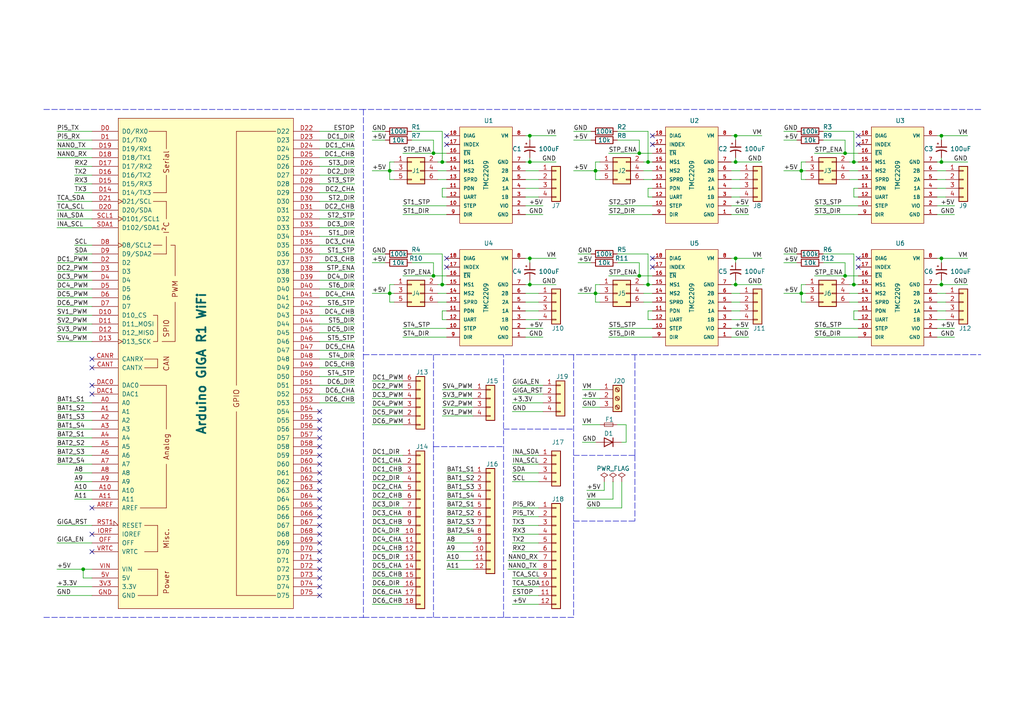
<source format=kicad_sch>
(kicad_sch (version 20231120) (generator "eeschema") (generator_version "8.0")
  (paper "A4")
  (title_block (title "GigaBoard") (date "2024-04-07") (rev "v1") (company "Team RED") (comment 1 "Designer: Shrijal"))
  (junction (at 185.42 80.01))
  (junction (at 213.36 82.55))
  (junction (at 213.36 46.99))
  (junction (at 172.72 85.09))
  (junction (at 273.05 46.99))
  (junction (at 113.03 85.09))
  (junction (at 153.67 39.37))
  (junction (at 128.27 82.55))
  (junction (at 273.05 82.55))
  (junction (at 153.67 46.99))
  (junction (at 185.42 44.45))
  (junction (at 128.27 46.99))
  (junction (at 213.36 39.37))
  (junction (at 213.36 74.93))
  (junction (at 232.41 85.09))
  (junction (at 153.67 82.55))
  (junction (at 24.13 165.1))
  (junction (at 172.72 49.53))
  (junction (at 125.73 44.45))
  (junction (at 273.05 74.93))
  (junction (at 153.67 74.93))
  (junction (at 247.65 46.99))
  (junction (at 125.73 80.01))
  (junction (at 187.96 82.55))
  (junction (at 247.65 82.55))
  (junction (at 187.96 46.99))
  (junction (at 245.11 44.45))
  (junction (at 232.41 49.53))
  (junction (at 113.03 49.53))
  (junction (at 245.11 80.01))
  (junction (at 273.05 39.37))
  (no_connect (at 92.71 124.46))
  (no_connect (at 92.71 119.38))
  (no_connect (at 92.71 137.16))
  (no_connect (at 248.92 74.93))
  (no_connect (at 26.67 154.94))
  (no_connect (at 26.67 147.32))
  (no_connect (at 92.71 170.18))
  (no_connect (at 92.71 165.1))
  (no_connect (at 129.54 74.93))
  (no_connect (at 189.23 74.93))
  (no_connect (at 248.92 39.37))
  (no_connect (at 92.71 157.48))
  (no_connect (at 92.71 162.56))
  (no_connect (at 26.67 160.02))
  (no_connect (at 92.71 149.86))
  (no_connect (at 92.71 154.94))
  (no_connect (at 92.71 121.92))
  (no_connect (at 129.54 39.37))
  (no_connect (at 92.71 127))
  (no_connect (at 26.67 106.68))
  (no_connect (at 26.67 114.3))
  (no_connect (at 92.71 152.4))
  (no_connect (at 92.71 172.72))
  (no_connect (at 92.71 144.78))
  (no_connect (at 26.67 111.76))
  (no_connect (at 92.71 147.32))
  (no_connect (at 248.92 77.47))
  (no_connect (at 92.71 132.08))
  (no_connect (at 92.71 142.24))
  (no_connect (at 26.67 104.14))
  (no_connect (at 189.23 77.47))
  (no_connect (at 92.71 139.7))
  (no_connect (at 92.71 167.64))
  (no_connect (at 189.23 41.91))
  (no_connect (at 129.54 41.91))
  (no_connect (at 92.71 160.02))
  (no_connect (at 92.71 134.62))
  (no_connect (at 189.23 39.37))
  (no_connect (at 92.71 129.54))
  (no_connect (at 248.92 41.91))
  (no_connect (at 129.54 77.47))
  (wire (pts (xy 116.84 80.01) (xy 125.73 80.01)))
  (wire (pts (xy 153.67 74.93) (xy 153.67 76.2)))
  (wire (pts (xy 246.38 87.63) (xy 248.92 87.63)))
  (polyline (pts (xy 125.73 129.54) (xy 146.05 129.54)) (stroke (width 0) (type dash)))
  (wire (pts (xy 176.53 80.01) (xy 185.42 80.01)))
  (wire (pts (xy 168.91 118.11) (xy 173.99 118.11)))
  (wire (pts (xy 107.95 144.78) (xy 116.84 144.78)))
  (wire (pts (xy 107.95 118.11) (xy 116.84 118.11)))
  (wire (pts (xy 238.76 40.64) (xy 245.11 40.64)))
  (wire (pts (xy 92.71 55.88) (xy 102.87 55.88)))
  (wire (pts (xy 276.86 97.79) (xy 271.78 97.79)))
  (wire (pts (xy 16.51 119.38) (xy 26.67 119.38)))
  (wire (pts (xy 274.32 49.53) (xy 271.78 49.53)))
  (wire (pts (xy 148.59 116.84) (xy 157.48 116.84)))
  (wire (pts (xy 128.27 38.1) (xy 119.38 38.1)))
  (wire (pts (xy 180.34 128.27) (xy 181.61 128.27)))
  (wire (pts (xy 128.27 113.03) (xy 137.16 113.03)))
  (wire (pts (xy 247.65 57.15) (xy 247.65 54.61)))
  (polyline (pts (xy 105.41 102.87) (xy 284.48 102.87)) (stroke (width 0) (type dash)))
  (wire (pts (xy 276.86 95.25) (xy 271.78 95.25)))
  (wire (pts (xy 148.59 137.16) (xy 156.21 137.16)))
  (wire (pts (xy 16.51 116.84) (xy 26.67 116.84)))
  (wire (pts (xy 92.71 109.22) (xy 102.87 109.22)))
  (wire (pts (xy 179.07 76.2) (xy 185.42 76.2)))
  (wire (pts (xy 147.32 162.56) (xy 156.21 162.56)))
  (wire (pts (xy 128.27 46.99) (xy 129.54 46.99)))
  (wire (pts (xy 246.38 49.53) (xy 248.92 49.53)))
  (wire (pts (xy 128.27 57.15) (xy 129.54 57.15)))
  (wire (pts (xy 113.03 52.07) (xy 114.3 52.07)))
  (wire (pts (xy 21.59 137.16) (xy 26.67 137.16)))
  (wire (pts (xy 185.42 76.2) (xy 185.42 80.01)))
  (polyline (pts (xy 184.15 102.87) (xy 184.15 132.08)) (stroke (width 0) (type dash)))
  (wire (pts (xy 153.67 46.99) (xy 152.4 46.99)))
  (wire (pts (xy 167.64 76.2) (xy 171.45 76.2)))
  (wire (pts (xy 245.11 80.01) (xy 248.92 80.01)))
  (wire (pts (xy 92.71 63.5) (xy 102.87 63.5)))
  (wire (pts (xy 153.67 39.37) (xy 153.67 40.64)))
  (wire (pts (xy 129.54 149.86) (xy 137.16 149.86)))
  (wire (pts (xy 161.29 82.55) (xy 153.67 82.55)))
  (wire (pts (xy 227.33 76.2) (xy 231.14 76.2)))
  (wire (pts (xy 248.92 57.15) (xy 247.65 57.15)))
  (wire (pts (xy 273.05 74.93) (xy 273.05 76.2)))
  (wire (pts (xy 129.54 165.1) (xy 137.16 165.1)))
  (wire (pts (xy 220.98 82.55) (xy 213.36 82.55)))
  (wire (pts (xy 26.67 40.64) (xy 16.51 40.64)))
  (wire (pts (xy 129.54 152.4) (xy 137.16 152.4)))
  (wire (pts (xy 107.95 134.62) (xy 116.84 134.62)))
  (wire (pts (xy 16.51 83.82) (xy 26.67 83.82)))
  (wire (pts (xy 128.27 54.61) (xy 128.27 57.15)))
  (wire (pts (xy 245.11 40.64) (xy 245.11 44.45)))
  (wire (pts (xy 148.59 175.26) (xy 156.21 175.26)))
  (wire (pts (xy 157.48 62.23) (xy 152.4 62.23)))
  (wire (pts (xy 227.33 38.1) (xy 231.14 38.1)))
  (polyline (pts (xy 184.15 132.08) (xy 184.15 151.13)) (stroke (width 0) (type dash)))
  (wire (pts (xy 167.64 85.09) (xy 172.72 85.09)))
  (wire (pts (xy 161.29 46.99) (xy 153.67 46.99)))
  (wire (pts (xy 129.54 54.61) (xy 128.27 54.61)))
  (wire (pts (xy 232.41 87.63) (xy 233.68 87.63)))
  (wire (pts (xy 107.95 137.16) (xy 116.84 137.16)))
  (wire (pts (xy 161.29 74.93) (xy 153.67 74.93)))
  (wire (pts (xy 274.32 85.09) (xy 271.78 85.09)))
  (wire (pts (xy 232.41 82.55) (xy 232.41 85.09)))
  (wire (pts (xy 16.51 63.5) (xy 26.67 63.5)))
  (wire (pts (xy 92.71 111.76) (xy 102.87 111.76)))
  (wire (pts (xy 213.36 39.37) (xy 212.09 39.37)))
  (wire (pts (xy 16.51 86.36) (xy 26.67 86.36)))
  (wire (pts (xy 186.69 52.07) (xy 189.23 52.07)))
  (wire (pts (xy 156.21 85.09) (xy 152.4 85.09)))
  (wire (pts (xy 217.17 62.23) (xy 212.09 62.23)))
  (wire (pts (xy 92.71 93.98) (xy 102.87 93.98)))
  (wire (pts (xy 92.71 76.2) (xy 102.87 76.2)))
  (wire (pts (xy 24.13 167.64) (xy 24.13 165.1)))
  (wire (pts (xy 16.51 170.18) (xy 26.67 170.18)))
  (wire (pts (xy 166.37 40.64) (xy 171.45 40.64)))
  (wire (pts (xy 246.38 82.55) (xy 247.65 82.55)))
  (wire (pts (xy 153.67 81.28) (xy 153.67 82.55)))
  (wire (pts (xy 157.48 59.69) (xy 152.4 59.69)))
  (wire (pts (xy 16.51 129.54) (xy 26.67 129.54)))
  (wire (pts (xy 153.67 45.72) (xy 153.67 46.99)))
  (polyline (pts (xy 166.37 151.13) (xy 184.15 151.13)) (stroke (width 0) (type dash)))
  (wire (pts (xy 179.07 40.64) (xy 185.42 40.64)))
  (wire (pts (xy 186.69 82.55) (xy 187.96 82.55)))
  (wire (pts (xy 276.86 59.69) (xy 271.78 59.69)))
  (wire (pts (xy 128.27 118.11) (xy 137.16 118.11)))
  (wire (pts (xy 179.07 123.19) (xy 181.61 123.19)))
  (wire (pts (xy 127 52.07) (xy 129.54 52.07)))
  (wire (pts (xy 129.54 92.71) (xy 128.27 92.71)))
  (wire (pts (xy 217.17 59.69) (xy 212.09 59.69)))
  (wire (pts (xy 107.95 165.1) (xy 116.84 165.1)))
  (wire (pts (xy 113.03 82.55) (xy 113.03 85.09)))
  (wire (pts (xy 16.51 132.08) (xy 26.67 132.08)))
  (wire (pts (xy 214.63 54.61) (xy 212.09 54.61)))
  (wire (pts (xy 148.59 114.3) (xy 157.48 114.3)))
  (wire (pts (xy 116.84 44.45) (xy 125.73 44.45)))
  (wire (pts (xy 214.63 52.07) (xy 212.09 52.07)))
  (wire (pts (xy 129.54 147.32) (xy 137.16 147.32)))
  (wire (pts (xy 107.95 167.64) (xy 116.84 167.64)))
  (wire (pts (xy 21.59 53.34) (xy 26.67 53.34)))
  (wire (pts (xy 172.72 52.07) (xy 173.99 52.07)))
  (wire (pts (xy 92.71 99.06) (xy 102.87 99.06)))
  (wire (pts (xy 213.36 74.93) (xy 213.36 76.2)))
  (wire (pts (xy 92.71 60.96) (xy 102.87 60.96)))
  (wire (pts (xy 236.22 44.45) (xy 245.11 44.45)))
  (wire (pts (xy 129.54 144.78) (xy 137.16 144.78)))
  (wire (pts (xy 116.84 95.25) (xy 129.54 95.25)))
  (wire (pts (xy 26.67 167.64) (xy 24.13 167.64)))
  (wire (pts (xy 273.05 82.55) (xy 271.78 82.55)))
  (wire (pts (xy 16.51 91.44) (xy 26.67 91.44)))
  (wire (pts (xy 236.22 62.23) (xy 248.92 62.23)))
  (wire (pts (xy 128.27 90.17) (xy 129.54 90.17)))
  (wire (pts (xy 127 49.53) (xy 129.54 49.53)))
  (wire (pts (xy 232.41 46.99) (xy 233.68 46.99)))
  (wire (pts (xy 107.95 154.94) (xy 116.84 154.94)))
  (wire (pts (xy 92.71 71.12) (xy 102.87 71.12)))
  (wire (pts (xy 21.59 144.78) (xy 26.67 144.78)))
  (wire (pts (xy 129.54 157.48) (xy 137.16 157.48)))
  (wire (pts (xy 238.76 76.2) (xy 245.11 76.2)))
  (polyline (pts (xy 146.05 179.07) (xy 146.05 102.87)) (stroke (width 0) (type dash)))
  (wire (pts (xy 185.42 44.45) (xy 189.23 44.45)))
  (polyline (pts (xy 166.37 144.78) (xy 166.37 179.07)) (stroke (width 0) (type dash)))
  (wire (pts (xy 273.05 39.37) (xy 273.05 40.64)))
  (wire (pts (xy 148.59 170.18) (xy 156.21 170.18)))
  (wire (pts (xy 246.38 52.07) (xy 248.92 52.07)))
  (wire (pts (xy 148.59 157.48) (xy 156.21 157.48)))
  (wire (pts (xy 220.98 39.37) (xy 213.36 39.37)))
  (wire (pts (xy 153.67 82.55) (xy 152.4 82.55)))
  (wire (pts (xy 92.71 58.42) (xy 102.87 58.42)))
  (polyline (pts (xy 125.73 129.54) (xy 125.73 179.07)) (stroke (width 0) (type dash)))
  (wire (pts (xy 113.03 87.63) (xy 114.3 87.63)))
  (wire (pts (xy 189.23 92.71) (xy 187.96 92.71)))
  (wire (pts (xy 113.03 46.99) (xy 114.3 46.99)))
  (wire (pts (xy 148.59 152.4) (xy 156.21 152.4)))
  (wire (pts (xy 107.95 142.24) (xy 116.84 142.24)))
  (wire (pts (xy 181.61 128.27) (xy 181.61 123.19)))
  (wire (pts (xy 113.03 82.55) (xy 114.3 82.55)))
  (wire (pts (xy 128.27 120.65) (xy 137.16 120.65)))
  (wire (pts (xy 92.71 101.6) (xy 102.87 101.6)))
  (wire (pts (xy 156.21 87.63) (xy 152.4 87.63)))
  (wire (pts (xy 113.03 85.09) (xy 114.3 85.09)))
  (wire (pts (xy 92.71 96.52) (xy 102.87 96.52)))
  (wire (pts (xy 247.65 38.1) (xy 247.65 46.99)))
  (wire (pts (xy 186.69 87.63) (xy 189.23 87.63)))
  (wire (pts (xy 168.91 115.57) (xy 173.99 115.57)))
  (wire (pts (xy 187.96 54.61) (xy 189.23 54.61)))
  (wire (pts (xy 176.53 59.69) (xy 189.23 59.69)))
  (wire (pts (xy 187.96 73.66) (xy 179.07 73.66)))
  (wire (pts (xy 26.67 45.72) (xy 16.51 45.72)))
  (wire (pts (xy 232.41 49.53) (xy 233.68 49.53)))
  (wire (pts (xy 107.95 132.08) (xy 116.84 132.08)))
  (wire (pts (xy 172.72 87.63) (xy 173.99 87.63)))
  (wire (pts (xy 246.38 85.09) (xy 248.92 85.09)))
  (wire (pts (xy 21.59 55.88) (xy 26.67 55.88)))
  (polyline (pts (xy 125.73 102.87) (xy 125.73 129.54)) (stroke (width 0) (type dash)))
  (wire (pts (xy 148.59 160.02) (xy 156.21 160.02)))
  (wire (pts (xy 247.65 46.99) (xy 248.92 46.99)))
  (wire (pts (xy 107.95 73.66) (xy 111.76 73.66)))
  (polyline (pts (xy 12.7 179.07) (xy 105.41 179.07)) (stroke (width 0) (type dash)))
  (wire (pts (xy 107.95 139.7) (xy 116.84 139.7)))
  (wire (pts (xy 107.95 175.26) (xy 116.84 175.26)))
  (wire (pts (xy 119.38 40.64) (xy 125.73 40.64)))
  (wire (pts (xy 247.65 92.71) (xy 247.65 90.17)))
  (wire (pts (xy 213.36 82.55) (xy 212.09 82.55)))
  (wire (pts (xy 247.65 82.55) (xy 248.92 82.55)))
  (wire (pts (xy 26.67 38.1) (xy 16.51 38.1)))
  (wire (pts (xy 236.22 97.79) (xy 248.92 97.79)))
  (wire (pts (xy 213.36 39.37) (xy 213.36 40.64)))
  (wire (pts (xy 276.86 62.23) (xy 271.78 62.23)))
  (polyline (pts (xy 105.41 125.73) (xy 105.41 179.07)) (stroke (width 0) (type dash)))
  (wire (pts (xy 214.63 85.09) (xy 212.09 85.09)))
  (wire (pts (xy 113.03 52.07) (xy 113.03 49.53)))
  (wire (pts (xy 16.51 172.72) (xy 26.67 172.72)))
  (wire (pts (xy 92.71 53.34) (xy 102.87 53.34)))
  (wire (pts (xy 172.72 46.99) (xy 173.99 46.99)))
  (wire (pts (xy 189.23 57.15) (xy 187.96 57.15)))
  (wire (pts (xy 172.72 82.55) (xy 173.99 82.55)))
  (wire (pts (xy 274.32 57.15) (xy 271.78 57.15)))
  (wire (pts (xy 148.59 119.38) (xy 157.48 119.38)))
  (wire (pts (xy 129.54 142.24) (xy 137.16 142.24)))
  (wire (pts (xy 16.51 66.04) (xy 26.67 66.04)))
  (wire (pts (xy 128.27 92.71) (xy 128.27 90.17)))
  (wire (pts (xy 187.96 92.71) (xy 187.96 90.17)))
  (wire (pts (xy 273.05 74.93) (xy 271.78 74.93)))
  (wire (pts (xy 246.38 46.99) (xy 247.65 46.99)))
  (wire (pts (xy 180.34 139.7) (xy 180.34 147.32)))
  (wire (pts (xy 125.73 44.45) (xy 129.54 44.45)))
  (wire (pts (xy 16.51 157.48) (xy 26.67 157.48)))
  (wire (pts (xy 176.53 62.23) (xy 189.23 62.23)))
  (wire (pts (xy 236.22 80.01) (xy 245.11 80.01)))
  (wire (pts (xy 107.95 49.53) (xy 113.03 49.53)))
  (wire (pts (xy 107.95 162.56) (xy 116.84 162.56)))
  (wire (pts (xy 156.21 92.71) (xy 152.4 92.71)))
  (polyline (pts (xy 166.37 132.08) (xy 184.15 132.08)) (stroke (width 0) (type dash)))
  (wire (pts (xy 153.67 74.93) (xy 152.4 74.93)))
  (wire (pts (xy 273.05 45.72) (xy 273.05 46.99)))
  (wire (pts (xy 213.36 74.93) (xy 212.09 74.93)))
  (wire (pts (xy 232.41 52.07) (xy 232.41 49.53)))
  (wire (pts (xy 172.72 52.07) (xy 172.72 49.53)))
  (wire (pts (xy 116.84 59.69) (xy 129.54 59.69)))
  (wire (pts (xy 125.73 76.2) (xy 125.73 80.01)))
  (wire (pts (xy 236.22 59.69) (xy 248.92 59.69)))
  (wire (pts (xy 107.95 113.03) (xy 116.84 113.03)))
  (wire (pts (xy 186.69 85.09) (xy 189.23 85.09)))
  (wire (pts (xy 214.63 90.17) (xy 212.09 90.17)))
  (wire (pts (xy 148.59 172.72) (xy 156.21 172.72)))
  (wire (pts (xy 232.41 46.99) (xy 232.41 49.53)))
  (wire (pts (xy 16.51 58.42) (xy 26.67 58.42)))
  (wire (pts (xy 21.59 48.26) (xy 26.67 48.26)))
  (wire (pts (xy 217.17 95.25) (xy 212.09 95.25)))
  (wire (pts (xy 175.26 142.24) (xy 170.18 142.24)))
  (wire (pts (xy 16.51 88.9) (xy 26.67 88.9)))
  (polyline (pts (xy 166.37 102.87) (xy 166.37 144.78)) (stroke (width 0) (type dash)))
  (wire (pts (xy 161.29 39.37) (xy 153.67 39.37)))
  (wire (pts (xy 119.38 76.2) (xy 125.73 76.2)))
  (wire (pts (xy 16.51 127) (xy 26.67 127)))
  (wire (pts (xy 107.95 147.32) (xy 116.84 147.32)))
  (polyline (pts (xy 284.48 31.75) (xy 105.41 31.75)) (stroke (width 0) (type dash)))
  (wire (pts (xy 176.53 97.79) (xy 189.23 97.79)))
  (wire (pts (xy 168.91 128.27) (xy 172.72 128.27)))
  (wire (pts (xy 280.67 46.99) (xy 273.05 46.99)))
  (wire (pts (xy 128.27 115.57) (xy 137.16 115.57)))
  (wire (pts (xy 107.95 157.48) (xy 116.84 157.48)))
  (wire (pts (xy 26.67 43.18) (xy 16.51 43.18)))
  (wire (pts (xy 107.95 149.86) (xy 116.84 149.86)))
  (wire (pts (xy 274.32 92.71) (xy 271.78 92.71)))
  (wire (pts (xy 128.27 73.66) (xy 128.27 82.55)))
  (wire (pts (xy 128.27 73.66) (xy 119.38 73.66)))
  (wire (pts (xy 16.51 124.46) (xy 26.67 124.46)))
  (wire (pts (xy 232.41 87.63) (xy 232.41 85.09)))
  (wire (pts (xy 107.95 120.65) (xy 116.84 120.65)))
  (wire (pts (xy 92.71 73.66) (xy 102.87 73.66)))
  (wire (pts (xy 273.05 46.99) (xy 271.78 46.99)))
  (polyline (pts (xy 146.05 124.46) (xy 166.37 124.46)) (stroke (width 0) (type dash)))
  (wire (pts (xy 128.27 38.1) (xy 128.27 46.99)))
  (wire (pts (xy 92.71 45.72) (xy 102.87 45.72)))
  (wire (pts (xy 92.71 66.04) (xy 102.87 66.04)))
  (wire (pts (xy 187.96 38.1) (xy 179.07 38.1)))
  (wire (pts (xy 107.95 115.57) (xy 116.84 115.57)))
  (wire (pts (xy 92.71 43.18) (xy 102.87 43.18)))
  (wire (pts (xy 21.59 50.8) (xy 26.67 50.8)))
  (wire (pts (xy 168.91 113.03) (xy 173.99 113.03)))
  (wire (pts (xy 245.11 76.2) (xy 245.11 80.01)))
  (wire (pts (xy 16.51 165.1) (xy 24.13 165.1)))
  (wire (pts (xy 92.71 91.44) (xy 102.87 91.44)))
  (wire (pts (xy 125.73 80.01) (xy 129.54 80.01)))
  (wire (pts (xy 16.51 152.4) (xy 26.67 152.4)))
  (wire (pts (xy 107.95 172.72) (xy 116.84 172.72)))
  (wire (pts (xy 113.03 49.53) (xy 114.3 49.53)))
  (wire (pts (xy 157.48 95.25) (xy 152.4 95.25)))
  (wire (pts (xy 214.63 49.53) (xy 212.09 49.53)))
  (wire (pts (xy 125.73 40.64) (xy 125.73 44.45)))
  (wire (pts (xy 21.59 142.24) (xy 26.67 142.24)))
  (wire (pts (xy 148.59 149.86) (xy 156.21 149.86)))
  (wire (pts (xy 16.51 78.74) (xy 26.67 78.74)))
  (wire (pts (xy 176.53 44.45) (xy 185.42 44.45)))
  (wire (pts (xy 148.59 154.94) (xy 156.21 154.94)))
  (wire (pts (xy 107.95 123.19) (xy 116.84 123.19)))
  (wire (pts (xy 92.71 40.64) (xy 102.87 40.64)))
  (wire (pts (xy 172.72 49.53) (xy 173.99 49.53)))
  (wire (pts (xy 177.8 139.7) (xy 177.8 144.78)))
  (wire (pts (xy 172.72 87.63) (xy 172.72 85.09)))
  (wire (pts (xy 232.41 85.09) (xy 233.68 85.09)))
  (wire (pts (xy 129.54 154.94) (xy 137.16 154.94)))
  (polyline (pts (xy 12.7 31.75) (xy 105.41 31.75)) (stroke (width 0) (type dash)))
  (wire (pts (xy 21.59 71.12) (xy 26.67 71.12)))
  (wire (pts (xy 107.95 38.1) (xy 111.76 38.1)))
  (wire (pts (xy 127 46.99) (xy 128.27 46.99)))
  (wire (pts (xy 274.32 52.07) (xy 271.78 52.07)))
  (wire (pts (xy 274.32 54.61) (xy 271.78 54.61)))
  (wire (pts (xy 16.51 81.28) (xy 26.67 81.28)))
  (wire (pts (xy 129.54 137.16) (xy 137.16 137.16)))
  (wire (pts (xy 172.72 46.99) (xy 172.72 49.53)))
  (wire (pts (xy 16.51 96.52) (xy 26.67 96.52)))
  (wire (pts (xy 148.59 139.7) (xy 156.21 139.7)))
  (wire (pts (xy 232.41 52.07) (xy 233.68 52.07)))
  (polyline (pts (xy 105.41 31.75) (xy 105.41 125.73)) (stroke (width 0) (type dash)))
  (wire (pts (xy 280.67 39.37) (xy 273.05 39.37)))
  (wire (pts (xy 248.92 92.71) (xy 247.65 92.71)))
  (wire (pts (xy 187.96 46.99) (xy 189.23 46.99)))
  (wire (pts (xy 213.36 46.99) (xy 212.09 46.99)))
  (wire (pts (xy 156.21 49.53) (xy 152.4 49.53)))
  (wire (pts (xy 172.72 82.55) (xy 172.72 85.09)))
  (wire (pts (xy 175.26 139.7) (xy 175.26 142.24)))
  (wire (pts (xy 168.91 123.19) (xy 173.99 123.19)))
  (wire (pts (xy 92.71 88.9) (xy 102.87 88.9)))
  (wire (pts (xy 167.64 73.66) (xy 171.45 73.66)))
  (wire (pts (xy 273.05 39.37) (xy 271.78 39.37)))
  (wire (pts (xy 16.51 93.98) (xy 26.67 93.98)))
  (wire (pts (xy 180.34 147.32) (xy 170.18 147.32)))
  (wire (pts (xy 113.03 46.99) (xy 113.03 49.53)))
  (polyline (pts (xy 105.41 179.07) (xy 146.05 179.07)) (stroke (width 0) (type dash)))
  (wire (pts (xy 148.59 111.76) (xy 157.48 111.76)))
  (wire (pts (xy 187.96 82.55) (xy 189.23 82.55)))
  (wire (pts (xy 166.37 38.1) (xy 171.45 38.1)))
  (wire (pts (xy 274.32 87.63) (xy 271.78 87.63)))
  (wire (pts (xy 185.42 80.01) (xy 189.23 80.01)))
  (wire (pts (xy 156.21 52.07) (xy 152.4 52.07)))
  (wire (pts (xy 107.95 76.2) (xy 111.76 76.2)))
  (wire (pts (xy 147.32 165.1) (xy 156.21 165.1)))
  (wire (pts (xy 213.36 45.72) (xy 213.36 46.99)))
  (wire (pts (xy 129.54 160.02) (xy 137.16 160.02)))
  (wire (pts (xy 217.17 97.79) (xy 212.09 97.79)))
  (wire (pts (xy 274.32 90.17) (xy 271.78 90.17)))
  (wire (pts (xy 16.51 76.2) (xy 26.67 76.2)))
  (wire (pts (xy 177.8 144.78) (xy 170.18 144.78)))
  (wire (pts (xy 129.54 162.56) (xy 137.16 162.56)))
  (wire (pts (xy 187.96 73.66) (xy 187.96 82.55)))
  (wire (pts (xy 247.65 54.61) (xy 248.92 54.61)))
  (wire (pts (xy 92.71 114.3) (xy 102.87 114.3)))
  (wire (pts (xy 107.95 152.4) (xy 116.84 152.4)))
  (wire (pts (xy 247.65 38.1) (xy 238.76 38.1)))
  (wire (pts (xy 187.96 38.1) (xy 187.96 46.99)))
  (wire (pts (xy 273.05 81.28) (xy 273.05 82.55)))
  (wire (pts (xy 92.71 104.14) (xy 102.87 104.14)))
  (wire (pts (xy 92.71 81.28) (xy 102.87 81.28)))
  (wire (pts (xy 214.63 92.71) (xy 212.09 92.71)))
  (wire (pts (xy 92.71 116.84) (xy 102.87 116.84)))
  (wire (pts (xy 148.59 167.64) (xy 156.21 167.64)))
  (wire (pts (xy 107.95 160.02) (xy 116.84 160.02)))
  (wire (pts (xy 107.95 170.18) (xy 116.84 170.18)))
  (wire (pts (xy 245.11 44.45) (xy 248.92 44.45)))
  (wire (pts (xy 92.71 83.82) (xy 102.87 83.82)))
  (wire (pts (xy 16.51 121.92) (xy 26.67 121.92)))
  (wire (pts (xy 185.42 40.64) (xy 185.42 44.45)))
  (wire (pts (xy 186.69 49.53) (xy 189.23 49.53)))
  (wire (pts (xy 148.59 134.62) (xy 156.21 134.62)))
  (wire (pts (xy 220.98 74.93) (xy 213.36 74.93)))
  (wire (pts (xy 92.71 38.1) (xy 102.87 38.1)))
  (wire (pts (xy 127 85.09) (xy 129.54 85.09)))
  (wire (pts (xy 116.84 62.23) (xy 129.54 62.23)))
  (wire (pts (xy 220.98 46.99) (xy 213.36 46.99)))
  (wire (pts (xy 92.71 50.8) (xy 102.87 50.8)))
  (wire (pts (xy 227.33 40.64) (xy 231.14 40.64)))
  (wire (pts (xy 176.53 95.25) (xy 189.23 95.25)))
  (wire (pts (xy 153.67 39.37) (xy 152.4 39.37)))
  (wire (pts (xy 166.37 49.53) (xy 172.72 49.53)))
  (wire (pts (xy 157.48 97.79) (xy 152.4 97.79)))
  (wire (pts (xy 21.59 73.66) (xy 26.67 73.66)))
  (wire (pts (xy 156.21 54.61) (xy 152.4 54.61)))
  (wire (pts (xy 92.71 86.36) (xy 102.87 86.36)))
  (wire (pts (xy 92.71 48.26) (xy 102.87 48.26)))
  (wire (pts (xy 280.67 74.93) (xy 273.05 74.93)))
  (wire (pts (xy 156.21 57.15) (xy 152.4 57.15)))
  (wire (pts (xy 247.65 90.17) (xy 248.92 90.17)))
  (wire (pts (xy 236.22 95.25) (xy 248.92 95.25)))
  (wire (pts (xy 16.51 134.62) (xy 26.67 134.62)))
  (wire (pts (xy 127 82.55) (xy 128.27 82.55)))
  (wire (pts (xy 232.41 82.55) (xy 233.68 82.55)))
  (wire (pts (xy 92.71 68.58) (xy 102.87 68.58)))
  (wire (pts (xy 107.95 110.49) (xy 116.84 110.49)))
  (wire (pts (xy 247.65 73.66) (xy 238.76 73.66)))
  (wire (pts (xy 24.13 165.1) (xy 26.67 165.1)))
  (wire (pts (xy 156.21 90.17) (xy 152.4 90.17)))
  (wire (pts (xy 107.95 85.09) (xy 113.03 85.09)))
  (wire (pts (xy 187.96 90.17) (xy 189.23 90.17)))
  (wire (pts (xy 214.63 87.63) (xy 212.09 87.63)))
  (wire (pts (xy 214.63 57.15) (xy 212.09 57.15)))
  (wire (pts (xy 92.71 78.74) (xy 102.87 78.74)))
  (wire (pts (xy 227.33 73.66) (xy 231.14 73.66)))
  (wire (pts (xy 116.84 97.79) (xy 129.54 97.79)))
  (wire (pts (xy 148.59 147.32) (xy 156.21 147.32)))
  (wire (pts (xy 16.51 99.06) (xy 26.67 99.06)))
  (wire (pts (xy 107.95 40.64) (xy 111.76 40.64)))
  (wire (pts (xy 127 87.63) (xy 129.54 87.63)))
  (wire (pts (xy 280.67 82.55) (xy 273.05 82.55)))
  (wire (pts (xy 187.96 57.15) (xy 187.96 54.61)))
  (wire (pts (xy 21.59 139.7) (xy 26.67 139.7)))
  (wire (pts (xy 227.33 85.09) (xy 232.41 85.09)))
  (wire (pts (xy 213.36 81.28) (xy 213.36 82.55)))
  (wire (pts (xy 128.27 82.55) (xy 129.54 82.55)))
  (wire (pts (xy 186.69 46.99) (xy 187.96 46.99)))
  (wire (pts (xy 247.65 73.66) (xy 247.65 82.55)))
  (polyline (pts (xy 166.37 179.07) (xy 146.05 179.07)) (stroke (width 0) (type dash)))
  (wire (pts (xy 227.33 49.53) (xy 232.41 49.53)))
  (wire (pts (xy 92.71 106.68) (xy 102.87 106.68)))
  (wire (pts (xy 16.51 60.96) (xy 26.67 60.96)))
  (wire (pts (xy 129.54 139.7) (xy 137.16 139.7)))
  (wire (pts (xy 148.59 132.08) (xy 156.21 132.08)))
  (wire (pts (xy 113.03 87.63) (xy 113.03 85.09)))
  (wire (pts (xy 172.72 85.09) (xy 173.99 85.09)))
  (label "ESTOP" (at 102.87 38.1 180))
  (label "DC4_PWM" (at 16.51 83.82 0))
  (label "ST4_STP" (at 102.87 109.22 180))
  (label "NANO_TX" (at 16.51 43.18 0))
  (label "TCA_SDA" (at 16.51 58.42 0))
  (label "+5V" (at 227.33 49.53 0))
  (label "ST5_STP" (at 102.87 99.06 180))
  (label "ST5_STP" (at 176.53 95.25 0))
  (label "ST6_DIR" (at 102.87 83.82 180))
  (label "ST1_DIR" (at 102.87 68.58 180))
  (label "SCL" (at 21.59 71.12 0))
  (label "GND" (at 217.17 97.79 180))
  (label "ST4_DIR" (at 102.87 104.14 180))
  (label "DC1_CHA" (at 102.87 43.18 180))
  (label "BAT2_S2" (at 16.51 129.54 0))
  (label "DC3_CHA" (at 107.95 149.86 0))
  (label "GIGA_EN" (at 148.59 111.76 0))
  (label "DC4_CHA" (at 102.87 86.36 180))
  (label "BAT1_S1" (at 16.51 116.84 0))
  (label "BAT1_S1" (at 129.54 137.16 0))
  (label "BAT1_S2" (at 16.51 119.38 0))
  (label "ST3_STP" (at 236.22 59.69 0))
  (label "VM" (at 168.91 113.03 0))
  (label "GND" (at 217.17 62.23 180))
  (label "STP_ENA" (at 176.53 44.45 0))
  (label "ST5_DIR" (at 102.87 93.98 180))
  (label "GND" (at 227.33 73.66 0))
  (label "VM" (at 280.67 74.93 180))
  (label "GND" (at 161.29 82.55 180))
  (label "GND" (at 227.33 38.1 0))
  (label "TX3" (at 21.59 55.88 0))
  (label "SDA" (at 21.59 73.66 0))
  (label "STP_ENA" (at 116.84 44.45 0))
  (label "+5V" (at 276.86 59.69 180))
  (label "STP_ENA" (at 236.22 44.45 0))
  (label "DC5_PWM" (at 16.51 86.36 0))
  (label "RX2" (at 148.59 160.02 0))
  (label "+5V" (at 217.17 59.69 180))
  (label "BAT2_S2" (at 129.54 149.86 0))
  (label "+5V" (at 276.86 95.25 180))
  (label "+5V" (at 227.33 76.2 0))
  (label "GIGA_EN" (at 16.51 157.48 0))
  (label "DC3_PWM" (at 16.51 81.28 0))
  (label "GND" (at 280.67 82.55 180))
  (label "TCA_SDA" (at 148.59 170.18 0))
  (label "GND" (at 220.98 82.55 180))
  (label "DC2_CHA" (at 102.87 55.88 180))
  (label "STP_ENA" (at 102.87 78.74 180))
  (label "GND" (at 148.59 119.38 0))
  (label "BAT2_S3" (at 16.51 132.08 0))
  (label "ST2_STP" (at 102.87 63.5 180))
  (label "RX3" (at 148.59 154.94 0))
  (label "+5V" (at 167.64 85.09 0))
  (label "DC4_CHB" (at 107.95 160.02 0))
  (label "DC6_PWM" (at 107.95 123.19 0))
  (label "ST1_DIR" (at 116.84 62.23 0))
  (label "INA_SCL" (at 16.51 66.04 0))
  (label "DC1_PWM" (at 107.95 110.49 0))
  (label "INA_SDA" (at 148.59 132.08 0))
  (label "BAT1_S3" (at 129.54 142.24 0))
  (label "ST2_STP" (at 176.53 59.69 0))
  (label "DC5_CHA" (at 102.87 101.6 180))
  (label "BAT2_S1" (at 16.51 127 0))
  (label "DC1_DIR" (at 102.87 40.64 180))
  (label "DC3_DIR" (at 102.87 66.04 180))
  (label "DC1_DIR" (at 107.95 132.08 0))
  (label "INA_SCL" (at 148.59 134.62 0))
  (label "DC2_CHB" (at 107.95 144.78 0))
  (label "GND" (at 157.48 62.23 180))
  (label "TCA_SCL" (at 148.59 167.64 0))
  (label "GND" (at 168.91 118.11 0))
  (label "NANO_RX" (at 16.51 45.72 0))
  (label "GND" (at 107.95 38.1 0))
  (label "DC5_CHA" (at 107.95 165.1 0))
  (label "DC6_DIR" (at 107.95 170.18 0))
  (label "SV3_PWM" (at 16.51 96.52 0))
  (label "+3.3V" (at 148.59 116.84 0))
  (label "BAT2_S4" (at 129.54 154.94 0))
  (label "GIGA_RST" (at 148.59 114.3 0))
  (label "ST1_STP" (at 102.87 73.66 180))
  (label "VM" (at 161.29 39.37 180))
  (label "ST4_DIR" (at 116.84 97.79 0))
  (label "DC1_CHB" (at 107.95 137.16 0))
  (label "+5V" (at 168.91 115.57 0))
  (label "DC6_DIR" (at 102.87 111.76 180))
  (label "DC6_CHB" (at 102.87 116.84 180))
  (label "SV3_PWM" (at 128.27 115.57 0))
  (label "+5V" (at 166.37 49.53 0))
  (label "GND" (at 276.86 62.23 180))
  (label "A9" (at 129.54 160.02 0))
  (label "+5V" (at 157.48 59.69 180))
  (label "ST6_STP" (at 102.87 88.9 180))
  (label "DC2_DIR" (at 107.95 139.7 0))
  (label "NANO_RX" (at 147.32 162.56 0))
  (label "RX2" (at 21.59 48.26 0))
  (label "BAT2_S1" (at 129.54 147.32 0))
  (label "DC4_CHB" (at 102.87 91.44 180))
  (label "+5V" (at 157.48 95.25 180))
  (label "SV1_PWM" (at 128.27 120.65 0))
  (label "GND" (at 168.91 128.27 0))
  (label "+5V" (at 107.95 49.53 0))
  (label "ST3_DIR" (at 236.22 62.23 0))
  (label "DC2_DIR" (at 102.87 50.8 180))
  (label "SDA" (at 148.59 137.16 0))
  (label "+5V" (at 227.33 85.09 0))
  (label "DC3_PWM" (at 107.95 115.57 0))
  (label "DC4_PWM" (at 107.95 118.11 0))
  (label "ST5_DIR" (at 176.53 97.79 0))
  (label "DC5_PWM" (at 107.95 120.65 0))
  (label "VM" (at 280.67 39.37 180))
  (label "BAT2_S4" (at 16.51 134.62 0))
  (label "+5V" (at 148.59 175.26 0))
  (label "NANO_TX" (at 147.32 165.1 0))
  (label "DC2_CHA" (at 107.95 142.24 0))
  (label "BAT1_S4" (at 16.51 124.46 0))
  (label "GND" (at 161.29 46.99 180))
  (label "GND" (at 170.18 147.32 0))
  (label "+5V" (at 227.33 40.64 0))
  (label "DC5_CHB" (at 107.95 167.64 0))
  (label "GIGA_RST" (at 16.51 152.4 0))
  (label "A8" (at 21.59 137.16 0))
  (label "+5V" (at 217.17 95.25 180))
  (label "DC5_DIR" (at 107.95 162.56 0))
  (label "RX3" (at 21.59 53.34 0))
  (label "+5V" (at 166.37 40.64 0))
  (label "BAT1_S2" (at 129.54 139.7 0))
  (label "GND" (at 166.37 38.1 0))
  (label "+3.3V" (at 16.51 170.18 0))
  (label "+5V" (at 16.51 165.1 0))
  (label "VM" (at 161.29 74.93 180))
  (label "DC3_DIR" (at 107.95 147.32 0))
  (label "INA_SDA" (at 16.51 63.5 0))
  (label "VM" (at 168.91 123.19 0))
  (label "GND" (at 16.51 172.72 0))
  (label "SV2_PWM" (at 16.51 93.98 0))
  (label "ST4_STP" (at 116.84 95.25 0))
  (label "DC1_PWM" (at 16.51 76.2 0))
  (label "DC2_CHB" (at 102.87 60.96 180))
  (label "DC6_CHA" (at 102.87 114.3 180))
  (label "DC6_CHA" (at 107.95 172.72 0))
  (label "ST6_STP" (at 236.22 95.25 0))
  (label "ST3_STP" (at 102.87 53.34 180))
  (label "DC3_CHA" (at 102.87 71.12 180))
  (label "SCL" (at 148.59 139.7 0))
  (label "Pi5_TX" (at 16.51 38.1 0))
  (label "DC4_DIR" (at 102.87 81.28 180))
  (label "Pi5_RX" (at 16.51 40.64 0))
  (label "SV2_PWM" (at 128.27 118.11 0))
  (label "SV4_PWM" (at 128.27 113.03 0))
  (label "ST3_DIR" (at 102.87 48.26 180))
  (label "GND" (at 167.64 73.66 0))
  (label "STP_ENA" (at 176.53 80.01 0))
  (label "DC4_DIR" (at 107.95 154.94 0))
  (label "DC3_CHB" (at 102.87 76.2 180))
  (label "SV4_PWM" (at 16.51 99.06 0))
  (label "SV1_PWM" (at 16.51 91.44 0))
  (label "A10" (at 21.59 142.24 0))
  (label "DC6_CHB" (at 107.95 175.26 0))
  (label "+5V" (at 107.95 40.64 0))
  (label "DC2_PWM" (at 107.95 113.03 0))
  (label "STP_ENA" (at 116.84 80.01 0))
  (label "+5V" (at 167.64 76.2 0))
  (label "VM" (at 220.98 74.93 180))
  (label "ST2_DIR" (at 102.87 58.42 180))
  (label "TX3" (at 148.59 152.4 0))
  (label "GND" (at 220.98 46.99 180))
  (label "Pi5_TX" (at 148.59 149.86 0))
  (label "GND" (at 276.86 97.79 180))
  (label "GND" (at 107.95 73.66 0))
  (label "TX2" (at 21.59 50.8 0))
  (label "TX2" (at 148.59 157.48 0))
  (label "VM" (at 220.98 39.37 180))
  (label "+5V" (at 107.95 76.2 0))
  (label "BAT2_S3" (at 129.54 152.4 0))
  (label "ST2_DIR" (at 176.53 62.23 0))
  (label "GND" (at 157.48 97.79 180))
  (label "DC5_DIR" (at 102.87 96.52 180))
  (label "VM" (at 170.18 144.78 0))
  (label "A10" (at 129.54 162.56 0))
  (label "+5V" (at 107.95 85.09 0))
  (label "STP_ENA" (at 236.22 80.01 0))
  (label "A11" (at 129.54 165.1 0))
  (label "DC1_CHB" (at 102.87 45.72 180))
  (label "ESTOP" (at 148.59 172.72 0))
  (label "BAT1_S4" (at 129.54 144.78 0))
  (label "ST1_STP" (at 116.84 59.69 0))
  (label "A11" (at 21.59 144.78 0))
  (label "GND" (at 280.67 46.99 180))
  (label "BAT1_S3" (at 16.51 121.92 0))
  (label "A8" (at 129.54 157.48 0))
  (label "DC6_PWM" (at 16.51 88.9 0))
  (label "DC4_CHA" (at 107.95 157.48 0))
  (label "DC1_CHA" (at 107.95 134.62 0))
  (label "+5V" (at 170.18 142.24 0))
  (label "Pi5_RX" (at 148.59 147.32 0))
  (label "DC2_PWM" (at 16.51 78.74 0))
  (label "ST6_DIR" (at 236.22 97.79 0))
  (label "A9" (at 21.59 139.7 0))
  (label "DC3_CHB" (at 107.95 152.4 0))
  (label "DC5_CHB" (at 102.87 106.68 180))
  (label "TCA_SCL" (at 16.51 60.96 0))
  (symbol (lib_id "Device:R") (at 175.26 40.64 90) (unit 1)
    (property "Reference" "R8" (at 180.34 39.37 90))
    (property "Value" "10k" (at 175.26 40.64 90))
    (property "Footprint" "Resistor_SMD:R_1206_3216Metric_Pad1.30x1.75mm_HandSolder" (effects (hide yes)))
  )
  (symbol (lib_id "Device:C_Polarized_Small_US") (at 153.67 78.74 0) (unit 1)
    (property "Reference" "C4" (at 148.59 78.74 0) (effects (justify left)))
    (property "Value" "100uF" (at 156.21 78.74 0) (effects (justify left)))
    (property "Footprint" "Capacitor_SMD:CP_Elec_6.3x7.7" (effects (hide yes)))
    (property "Description" "Polarized capacitor, small US symbol" (effects (hide yes)))
  )
  (symbol (lib_id "Device:Fuse_Small") (at 176.53 123.19 0) (unit 1)
    (property "Reference" "F1" (at 175.514 121.666 0) (effects (justify left)))
    (property "Value" "F_Small" (effects (hide yes)))
    (property "Footprint" "Fuse:Fuseholder_Blade_Mini_Keystone_3568" (effects (hide yes)))
    (property "Description" "Fuse, small symbol" (effects (hide yes)))
  )
  (symbol (lib_id "Device:R") (at 234.95 38.1 270) (unit 1)
    (property "Reference" "R3" (at 240.03 36.83 90))
    (property "Value" "100k" (at 234.95 38.1 90))
    (property "Footprint" "Resistor_SMD:R_1206_3216Metric_Pad1.30x1.75mm_HandSolder" (effects (hide yes)))
  )
  (symbol (lib_id "Device:R") (at 234.95 76.2 90) (unit 1)
    (property "Reference" "R12" (at 240.03 74.93 90))
    (property "Value" "10k" (at 234.95 76.2 90))
    (property "Footprint" "Resistor_SMD:R_1206_3216Metric_Pad1.30x1.75mm_HandSolder" (effects (hide yes)))
  )
  (symbol (lib_id "Connector_Generic:Conn_01x04") (at 161.29 134.62 0) (unit 1)
    (property "Reference" "J17" (at 160.02 128.27 0) (effects (justify left)))
    (property "Value" "Conn_01x04" (effects (hide yes)))
    (property "Footprint" "Connector_PinHeader_2.54mm:PinHeader_1x04_P2.54mm_Vertical" (effects (hide yes)))
    (property "Description" "Generic connector, single row, 01x04, script generated (kicad-library-utils/schlib/autogen/connector/)" (effects (hide yes)))
  )
  (symbol (lib_id "Device:C_Polarized_Small_US") (at 213.36 78.74 0) (unit 1)
    (property "Reference" "C5" (at 208.28 78.74 0) (effects (justify left)))
    (property "Value" "100uF" (at 215.9 78.74 0) (effects (justify left)))
    (property "Footprint" "Capacitor_SMD:CP_Elec_6.3x7.7" (effects (hide yes)))
    (property "Description" "Polarized capacitor, small US symbol" (effects (hide yes)))
  )
  (symbol (lib_id "Motor_Driver:TMC2209_Stepper_Driver") (at 260.35 50.8 0) (unit 1)
    (property "Reference" "U3" (at 259.715 34.29 0) (effects (justify left top)))
    (property "Value" "TMC2209" (at 260.35 50.8 90))
    (property "Footprint" "Motor_Driver:MKS_TMC2209" (effects (hide yes)))
    (property "SnapEDA" "https://www.snapeda.com/parts/TMC2209%20SILENTSTEPSTICK/Trinamic+Motion+Control+GmbH/view-part/?ref=snap" (effects (hide yes)))
  )
  (symbol (lib_id "Device:D") (at 176.53 128.27 180) (unit 1)
    (property "Reference" "D1" (at 176.53 125.73 0))
    (property "Value" "D" (effects (hide yes)))
    (property "Footprint" "Diode_THT:D_DO-35_SOD27_P7.62mm_Horizontal" (effects (hide yes)))
    (property "Description" "Diode" (effects (hide yes)))
    (property "Sim.Device" "D" (effects (hide yes)))
    (property "Sim.Pins" "1=K 2=A" (effects (hide yes)))
  )
  (symbol (lib_id "Device:R") (at 115.57 76.2 90) (unit 1)
    (property "Reference" "R10" (at 120.65 74.93 90))
    (property "Value" "10k" (at 115.57 76.2 90))
    (property "Footprint" "Resistor_SMD:R_1206_3216Metric_Pad1.30x1.75mm_HandSolder" (effects (hide yes)))
  )
  (symbol (lib_id "power:PWR_FLAG") (at 177.8 139.7 0) (unit 1)
    (property "Reference" "#FLG03" (effects (hide yes)))
    (property "Value" "PWR_FLAG" (at 177.8 135.89 0))
    (property "Description" "Special symbol for telling ERC where power comes from" (effects (hide yes)))
  )
  (symbol (lib_id "Device:R") (at 175.26 73.66 270) (unit 1)
    (property "Reference" "R5" (at 180.34 72.39 90))
    (property "Value" "100k" (at 175.26 73.66 90))
    (property "Footprint" "Resistor_SMD:R_1206_3216Metric_Pad1.30x1.75mm_HandSolder" (effects (hide yes)))
  )
  (symbol (lib_id "Connector_Generic:Conn_01x04") (at 219.71 87.63 0) (unit 1)
    (property "Reference" "J11" (at 218.44 95.25 0) (effects (justify left)))
    (property "Value" "Conn_01x04" (effects (hide yes)))
    (property "Footprint" "Connector_PinHeader_2.54mm:PinHeader_1x04_P2.54mm_Vertical" (effects (hide yes)))
  )
  (symbol (lib_id "power:PWR_FLAG") (at 175.26 139.7 0) (unit 1)
    (property "Reference" "#FLG01" (effects (hide yes)))
    (property "Value" "PWR_FLAG" (effects (hide yes)))
    (property "Description" "Special symbol for telling ERC where power comes from" (effects (hide yes)))
  )
  (symbol (lib_id "Device:R") (at 234.95 73.66 270) (unit 1)
    (property "Reference" "R6" (at 240.03 72.39 90))
    (property "Value" "100k" (at 234.95 73.66 90))
    (property "Footprint" "Resistor_SMD:R_1206_3216Metric_Pad1.30x1.75mm_HandSolder" (effects (hide yes)))
  )
  (symbol (lib_id "Device:C_Polarized_Small_US") (at 273.05 43.18 0) (unit 1)
    (property "Reference" "C3" (at 267.97 43.18 0) (effects (justify left)))
    (property "Value" "100uF" (at 275.59 43.18 0) (effects (justify left)))
    (property "Footprint" "Capacitor_SMD:CP_Elec_6.3x7.7" (effects (hide yes)))
    (property "Description" "Polarized capacitor, small US symbol" (effects (hide yes)))
  )
  (symbol (lib_id "power:PWR_FLAG") (at 180.34 139.7 0) (unit 1)
    (property "Reference" "#FLG04" (effects (hide yes)))
    (property "Value" "PWR_FLAG" (effects (hide yes)))
    (property "Description" "Special symbol for telling ERC where power comes from" (effects (hide yes)))
  )
  (symbol (lib_id "Connector_Generic:Conn_01x06") (at 121.92 118.11 0) (mirror x) (unit 1)
    (property "Reference" "J13" (at 120.65 107.95 0) (effects (justify left)))
    (property "Value" "Conn_01x06" (effects (hide yes)))
    (property "Footprint" "Connector_PinHeader_2.54mm:PinHeader_1x06_P2.54mm_Vertical" (effects (hide yes)))
    (property "Description" "Generic connector, single row, 01x06, script generated (kicad-library-utils/schlib/autogen/connector/)" (effects (hide yes)))
  )
  (symbol (lib_id "Device:C_Polarized_Small_US") (at 273.05 78.74 0) (unit 1)
    (property "Reference" "C6" (at 267.97 78.74 0) (effects (justify left)))
    (property "Value" "100uF" (at 275.59 78.74 0) (effects (justify left)))
    (property "Footprint" "Capacitor_SMD:CP_Elec_6.3x7.7" (effects (hide yes)))
    (property "Description" "Polarized capacitor, small US symbol" (effects (hide yes)))
  )
  (symbol (lib_id "Connector_Generic:Conn_01x04") (at 219.71 52.07 0) (unit 1)
    (property "Reference" "J8" (at 218.44 59.69 0) (effects (justify left)))
    (property "Value" "Conn_01x04" (effects (hide yes)))
    (property "Footprint" "Connector_PinHeader_2.54mm:PinHeader_1x04_P2.54mm_Vertical" (effects (hide yes)))
  )
  (symbol (lib_id "Connector:Screw_Terminal_01x03") (at 179.07 115.57 0) (unit 1)
    (property "Reference" "J20" (at 177.8 110.49 0) (effects (justify left)))
    (property "Value" "Screw_Terminal_01x03" (effects (hide yes)))
    (property "Footprint" "Connector_Phoenix_MSTB:PhoenixContact_MSTBA_2,5_3-G-5,08_1x03_P5.08mm_Horizontal" (effects (hide yes)))
    (property "Description" "Generic screw terminal, single row, 01x03, script generated (kicad-library-utils/schlib/autogen/connector/)" (effects (hide yes)))
  )
  (symbol (lib_id "Device:R") (at 234.95 40.64 90) (unit 1)
    (property "Reference" "R9" (at 240.03 39.37 90))
    (property "Value" "10k" (at 234.95 40.64 90))
    (property "Footprint" "Resistor_SMD:R_1206_3216Metric_Pad1.30x1.75mm_HandSolder" (effects (hide yes)))
  )
  (symbol (lib_id "Connector_Generic:Conn_01x04") (at 279.4 87.63 0) (unit 1)
    (property "Reference" "J12" (at 278.13 95.25 0) (effects (justify left)))
    (property "Value" "Conn_01x04" (effects (hide yes)))
    (property "Footprint" "Connector_PinHeader_2.54mm:PinHeader_1x04_P2.54mm_Vertical" (effects (hide yes)))
  )
  (symbol (lib_id "Device:R") (at 175.26 38.1 270) (unit 1)
    (property "Reference" "R2" (at 180.34 36.83 90))
    (property "Value" "100k" (at 175.26 38.1 90))
    (property "Footprint" "Resistor_SMD:R_1206_3216Metric_Pad1.30x1.75mm_HandSolder" (effects (hide yes)))
  )
  (symbol (lib_id "Device:C_Polarized_Small_US") (at 213.36 43.18 0) (unit 1)
    (property "Reference" "C2" (at 208.28 43.18 0) (effects (justify left)))
    (property "Value" "100uF" (at 215.9 43.18 0) (effects (justify left)))
    (property "Footprint" "Capacitor_SMD:CP_Elec_6.3x7.7" (effects (hide yes)))
    (property "Description" "Polarized capacitor, small US symbol" (effects (hide yes)))
  )
  (symbol (lib_id "Connector_Generic:Conn_01x04") (at 162.56 114.3 0) (unit 1)
    (property "Reference" "J19" (at 161.29 109.22 0) (effects (justify left)))
    (property "Value" "Conn_01x04" (effects (hide yes)))
    (property "Footprint" "Connector_PinHeader_2.54mm:PinHeader_1x04_P2.54mm_Vertical" (effects (hide yes)))
    (property "Description" "Generic connector, single row, 01x04, script generated (kicad-library-utils/schlib/autogen/connector/)" (effects (hide yes)))
  )
  (symbol (lib_id "Device:R") (at 175.26 76.2 90) (unit 1)
    (property "Reference" "R11" (at 180.34 74.93 90))
    (property "Value" "10k" (at 175.26 76.2 90))
    (property "Footprint" "Resistor_SMD:R_1206_3216Metric_Pad1.30x1.75mm_HandSolder" (effects (hide yes)))
  )
  (symbol (lib_id "Connector_Generic:Conn_02x03_Odd_Even") (at 119.38 49.53 0) (unit 1)
    (property "Reference" "J1" (at 120.65 49.53 0))
    (property "Value" "Conn_02x03_Counter_Clockwise" (effects (hide yes)))
    (property "Footprint" "Connector_PinHeader_2.54mm:PinHeader_2x03_P2.54mm_Vertical" (effects (hide yes)))
    (property "Description" "Generic connector, double row, 02x03, odd/even pin numbering scheme (row 1 odd numbers, row 2 even numbers), script generated (kicad-library-utils/schlib/autogen/connector/)" (effects (hide yes)))
  )
  (symbol (lib_id "Motor_Driver:TMC2209_Stepper_Driver") (at 140.97 86.36 0) (unit 1)
    (property "Reference" "U4" (at 140.335 69.85 0) (effects (justify left top)))
    (property "Value" "TMC2209" (at 140.97 86.36 90))
    (property "Footprint" "Motor_Driver:MKS_TMC2209" (effects (hide yes)))
    (property "SnapEDA" "https://www.snapeda.com/parts/TMC2209%20SILENTSTEPSTICK/Trinamic+Motion+Control+GmbH/view-part/?ref=snap" (effects (hide yes)))
  )
  (symbol (lib_id "Connector_Generic:Conn_01x12") (at 142.24 149.86 0) (unit 1)
    (property "Reference" "J16" (at 140.97 134.62 0) (effects (justify left)))
    (property "Value" "Conn_01x12" (effects (hide yes)))
    (property "Footprint" "Connector_PinHeader_2.54mm:PinHeader_1x12_P2.54mm_Vertical" (effects (hide yes)))
    (property "Description" "Generic connector, single row, 01x12, script generated (kicad-library-utils/schlib/autogen/connector/)" (effects (hide yes)))
  )
  (symbol (lib_id "Connector_Generic:Conn_01x12") (at 161.29 160.02 0) (unit 1)
    (property "Reference" "J18" (at 160.02 144.78 0) (effects (justify left)))
    (property "Value" "Conn_01x12" (effects (hide yes)))
    (property "Footprint" "Connector_PinHeader_2.54mm:PinHeader_1x12_P2.54mm_Vertical" (effects (hide yes)))
    (property "Description" "Generic connector, single row, 01x12, script generated (kicad-library-utils/schlib/autogen/connector/)" (effects (hide yes)))
  )
  (symbol (lib_id "Connector_Generic:Conn_01x04") (at 161.29 87.63 0) (unit 1)
    (property "Reference" "J10" (at 160.02 95.25 0) (effects (justify left)))
    (property "Value" "Conn_01x04" (effects (hide yes)))
    (property "Footprint" "Connector_PinHeader_2.54mm:PinHeader_1x04_P2.54mm_Vertical" (effects (hide yes)))
  )
  (symbol (lib_id "Motor_Driver:TMC2209_Stepper_Driver") (at 200.66 50.8 0) (unit 1)
    (property "Reference" "U2" (at 200.025 34.29 0) (effects (justify left top)))
    (property "Value" "TMC2209" (at 200.66 50.8 90))
    (property "Footprint" "Motor_Driver:MKS_TMC2209" (effects (hide yes)))
    (property "SnapEDA" "https://www.snapeda.com/parts/TMC2209%20SILENTSTEPSTICK/Trinamic+Motion+Control+GmbH/view-part/?ref=snap" (effects (hide yes)))
  )
  (symbol (lib_id "Connector_Generic:Conn_01x04") (at 279.4 52.07 0) (unit 1)
    (property "Reference" "J9" (at 278.13 59.69 0) (effects (justify left)))
    (property "Value" "Conn_01x04" (effects (hide yes)))
    (property "Footprint" "Connector_PinHeader_2.54mm:PinHeader_1x04_P2.54mm_Vertical" (effects (hide yes)))
  )
  (symbol (lib_id "Connector_Generic:Conn_01x04") (at 142.24 115.57 0) (unit 1)
    (property "Reference" "J15" (at 140.97 110.49 0) (effects (justify left)))
    (property "Value" "Conn_01x04" (effects (hide yes)))
    (property "Footprint" "Connector_PinHeader_2.54mm:PinHeader_1x04_P2.54mm_Vertical" (effects (hide yes)))
    (property "Description" "Generic connector, single row, 01x04, script generated (kicad-library-utils/schlib/autogen/connector/)" (effects (hide yes)))
  )
  (symbol (lib_id "Device:C_Polarized_Small_US") (at 153.67 43.18 0) (unit 1)
    (property "Reference" "C1" (at 148.59 43.18 0) (effects (justify left)))
    (property "Value" "100uF" (at 156.21 43.18 0) (effects (justify left)))
    (property "Footprint" "Capacitor_SMD:CP_Elec_6.3x7.7" (effects (hide yes)))
    (property "Description" "Polarized capacitor, small US symbol" (effects (hide yes)))
  )
  (symbol (lib_id "Connector_Generic:Conn_02x03_Odd_Even") (at 238.76 49.53 0) (unit 1)
    (property "Reference" "J3" (at 240.03 49.53 0))
    (property "Value" "Conn_02x04_Counter_Clockwise" (effects (hide yes)))
    (property "Footprint" "Connector_PinHeader_2.54mm:PinHeader_2x03_P2.54mm_Vertical" (effects (hide yes)))
    (property "Description" "Generic connector, double row, 02x03, odd/even pin numbering scheme (row 1 odd numbers, row 2 even numbers), script generated (kicad-library-utils/schlib/autogen/connector/)" (effects (hide yes)))
  )
  (symbol (lib_id "Device:R") (at 115.57 73.66 270) (unit 1)
    (property "Reference" "R4" (at 120.65 72.39 90))
    (property "Value" "100k" (at 115.57 73.66 90))
    (property "Footprint" "Resistor_SMD:R_1206_3216Metric_Pad1.30x1.75mm_HandSolder" (effects (hide yes)))
  )
  (symbol (lib_id "Motor_Driver:TMC2209_Stepper_Driver") (at 200.66 86.36 0) (unit 1)
    (property "Reference" "U5" (at 200.025 69.85 0) (effects (justify left top)))
    (property "Value" "TMC2209" (at 200.66 86.36 90))
    (property "Footprint" "Motor_Driver:MKS_TMC2209" (effects (hide yes)))
    (property "SnapEDA" "https://www.snapeda.com/parts/TMC2209%20SILENTSTEPSTICK/Trinamic+Motion+Control+GmbH/view-part/?ref=snap" (effects (hide yes)))
  )
  (symbol (lib_id "Connector_Generic:Conn_02x03_Odd_Even") (at 179.07 49.53 0) (unit 1)
    (property "Reference" "J2" (at 180.34 49.53 0))
    (property "Value" "Conn_02x04_Counter_Clockwise" (effects (hide yes)))
    (property "Footprint" "Connector_PinHeader_2.54mm:PinHeader_2x03_P2.54mm_Vertical" (effects (hide yes)))
    (property "Description" "Generic connector, double row, 02x03, odd/even pin numbering scheme (row 1 odd numbers, row 2 even numbers), script generated (kicad-library-utils/schlib/autogen/connector/)" (effects (hide yes)))
  )
  (symbol (lib_id "Device:R") (at 115.57 38.1 270) (unit 1)
    (property "Reference" "R1" (at 120.65 36.83 90))
    (property "Value" "100k" (at 115.57 38.1 90))
    (property "Footprint" "Resistor_SMD:R_1206_3216Metric_Pad1.30x1.75mm_HandSolder" (effects (hide yes)))
  )
  (symbol (lib_id "Connector_Generic:Conn_02x03_Odd_Even") (at 119.38 85.09 0) (unit 1)
    (property "Reference" "J4" (at 120.65 85.09 0))
    (property "Value" "Conn_02x04_Counter_Clockwise" (effects (hide yes)))
    (property "Footprint" "Connector_PinHeader_2.54mm:PinHeader_2x03_P2.54mm_Vertical" (effects (hide yes)))
    (property "Description" "Generic connector, double row, 02x03, odd/even pin numbering scheme (row 1 odd numbers, row 2 even numbers), script generated (kicad-library-utils/schlib/autogen/connector/)" (effects (hide yes)))
  )
  (symbol (lib_id "Connector_Generic:Conn_02x03_Odd_Even") (at 238.76 85.09 0) (unit 1)
    (property "Reference" "J6" (at 240.03 85.09 0))
    (property "Value" "Conn_02x04_Counter_Clockwise" (effects (hide yes)))
    (property "Footprint" "Connector_PinHeader_2.54mm:PinHeader_2x03_P2.54mm_Vertical" (effects (hide yes)))
    (property "Description" "Generic connector, double row, 02x03, odd/even pin numbering scheme (row 1 odd numbers, row 2 even numbers), script generated (kicad-library-utils/schlib/autogen/connector/)" (effects (hide yes)))
  )
  (symbol (lib_id "Device:R") (at 115.57 40.64 90) (unit 1)
    (property "Reference" "R7" (at 120.65 39.37 90))
    (property "Value" "10k" (at 115.57 40.64 90))
    (property "Footprint" "Resistor_SMD:R_1206_3216Metric_Pad1.30x1.75mm_HandSolder" (effects (hide yes)))
  )
  (symbol (lib_id "Connector_Generic:Conn_01x04") (at 161.29 52.07 0) (unit 1)
    (property "Reference" "J7" (at 160.02 59.69 0) (effects (justify left)))
    (property "Value" "Conn_01x04" (effects (hide yes)))
    (property "Footprint" "Connector_PinHeader_2.54mm:PinHeader_1x04_P2.54mm_Vertical" (effects (hide yes)))
  )
  (symbol (lib_id "Connector_Generic:Conn_02x03_Odd_Even") (at 179.07 85.09 0) (unit 1)
    (property "Reference" "J5" (at 180.34 85.09 0))
    (property "Value" "Conn_02x04_Counter_Clockwise" (effects (hide yes)))
    (property "Footprint" "Connector_PinHeader_2.54mm:PinHeader_2x03_P2.54mm_Vertical" (effects (hide yes)))
    (property "Description" "Generic connector, double row, 02x03, odd/even pin numbering scheme (row 1 odd numbers, row 2 even numbers), script generated (kicad-library-utils/schlib/autogen/connector/)" (effects (hide yes)))
  )
  (symbol (lib_id "Motor_Driver:TMC2209_Stepper_Driver") (at 260.35 86.36 0) (unit 1)
    (property "Reference" "U6" (at 259.715 69.85 0) (effects (justify left top)))
    (property "Value" "TMC2209" (at 260.35 86.36 90))
    (property "Footprint" "Motor_Driver:MKS_TMC2209" (effects (hide yes)))
    (property "SnapEDA" "https://www.snapeda.com/parts/TMC2209%20SILENTSTEPSTICK/Trinamic+Motion+Control+GmbH/view-part/?ref=snap" (effects (hide yes)))
  )
  (symbol (lib_id "MCU:Arduino_Giga-R1") (at 58.42 105.41 0) (unit 1)
    (property "Reference" "A1" (effects (hide yes)))
    (property "Value" "Arduino GIGA R1 WiFi" (at 58.42 105.41 90) (effects (font (size 2.54 2.54) (bold yes))))
    (property "Footprint" "MCU:Arduino_Giga-R1" (effects (hide yes)))
    (property "Datasheet" "https://docs.arduino.cc/hardware/giga-r1-wifi" (effects (hide yes)))
    (property "Purchase" "https://robu.in/product/original-arduino-giga-r1-wifi/" (effects (hide yes)))
  )
  (symbol (lib_id "Connector_Generic:Conn_01x18") (at 121.92 152.4 0) (unit 1)
    (property "Reference" "J14" (at 120.65 129.54 0) (effects (justify left)))
    (property "Value" "Conn_01x18" (effects (hide yes)))
    (property "Footprint" "Connector_PinHeader_2.54mm:PinHeader_1x18_P2.54mm_Vertical" (effects (hide yes)))
    (property "Description" "Generic connector, single row, 01x18, script generated (kicad-library-utils/schlib/autogen/connector/)" (effects (hide yes)))
  )
  (symbol (lib_id "Motor_Driver:TMC2209_Stepper_Driver") (at 140.97 50.8 0) (unit 1)
    (property "Reference" "U1" (at 140.335 34.29 0) (effects (justify left top)))
    (property "Value" "TMC2209" (at 140.97 50.8 90))
    (property "Footprint" "Motor_Driver:MKS_TMC2209" (effects (hide yes)))
    (property "SnapEDA" "https://www.snapeda.com/parts/TMC2209%20SILENTSTEPSTICK/Trinamic+Motion+Control+GmbH/view-part/?ref=snap" (effects (hide yes)))
  )
)
</source>
